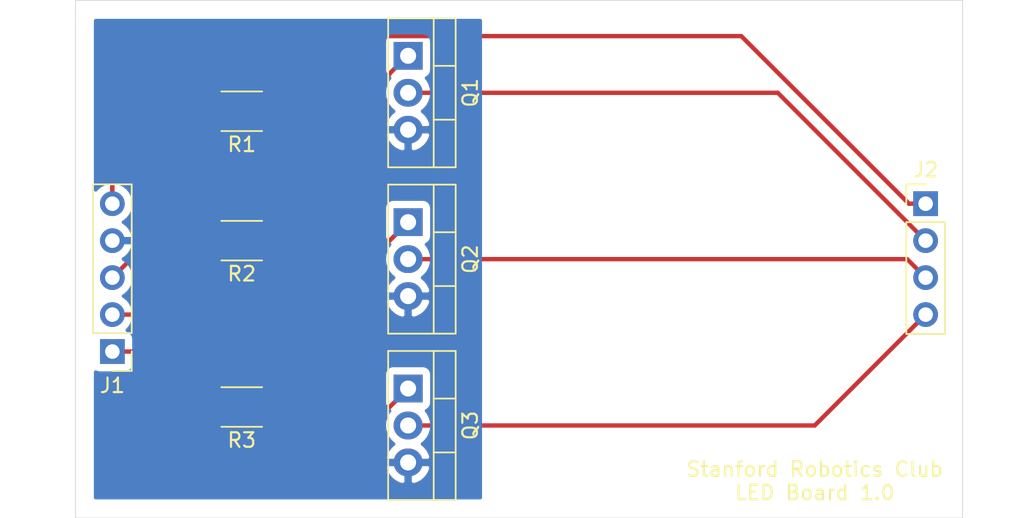
<source format=kicad_pcb>
(kicad_pcb (version 20171130) (host pcbnew "(5.1.4)-1")

  (general
    (thickness 1.6)
    (drawings 5)
    (tracks 28)
    (zones 0)
    (modules 8)
    (nets 12)
  )

  (page A4)
  (title_block
    (title "LED Strip Board")
  )

  (layers
    (0 F.Cu signal)
    (31 B.Cu signal)
    (32 B.Adhes user)
    (33 F.Adhes user)
    (34 B.Paste user)
    (35 F.Paste user)
    (36 B.SilkS user)
    (37 F.SilkS user)
    (38 B.Mask user)
    (39 F.Mask user)
    (40 Dwgs.User user)
    (41 Cmts.User user)
    (42 Eco1.User user)
    (43 Eco2.User user)
    (44 Edge.Cuts user)
    (45 Margin user)
    (46 B.CrtYd user)
    (47 F.CrtYd user)
    (48 B.Fab user)
    (49 F.Fab user)
  )

  (setup
    (last_trace_width 0.3)
    (trace_clearance 0.25)
    (zone_clearance 0.508)
    (zone_45_only no)
    (trace_min 0.3)
    (via_size 0.8)
    (via_drill 0.4)
    (via_min_size 0.4)
    (via_min_drill 0.3)
    (uvia_size 0.3)
    (uvia_drill 0.1)
    (uvias_allowed no)
    (uvia_min_size 0.2)
    (uvia_min_drill 0.1)
    (edge_width 0.05)
    (segment_width 0.2)
    (pcb_text_width 0.3)
    (pcb_text_size 1.5 1.5)
    (mod_edge_width 0.12)
    (mod_text_size 1 1)
    (mod_text_width 0.15)
    (pad_size 1.905 2)
    (pad_drill 1.1)
    (pad_to_mask_clearance 0.051)
    (solder_mask_min_width 0.25)
    (aux_axis_origin 0 0)
    (visible_elements 7FFFFFFF)
    (pcbplotparams
      (layerselection 0x010e0_ffffffff)
      (usegerberextensions false)
      (usegerberattributes false)
      (usegerberadvancedattributes false)
      (creategerberjobfile false)
      (excludeedgelayer true)
      (linewidth 0.100000)
      (plotframeref false)
      (viasonmask false)
      (mode 1)
      (useauxorigin false)
      (hpglpennumber 1)
      (hpglpenspeed 20)
      (hpglpendiameter 15.000000)
      (psnegative false)
      (psa4output false)
      (plotreference true)
      (plotvalue true)
      (plotinvisibletext false)
      (padsonsilk false)
      (subtractmaskfromsilk false)
      (outputformat 1)
      (mirror false)
      (drillshape 0)
      (scaleselection 1)
      (outputdirectory "LEDStripA1/"))
  )

  (net 0 "")
  (net 1 "Net-(J1-Pad1)")
  (net 2 "Net-(J1-Pad2)")
  (net 3 "Net-(J1-Pad3)")
  (net 4 GND)
  (net 5 "Net-(J2-Pad4)")
  (net 6 "Net-(J2-Pad3)")
  (net 7 "Net-(J2-Pad2)")
  (net 8 +5V)
  (net 9 "Net-(Q1-Pad1)")
  (net 10 "Net-(Q2-Pad1)")
  (net 11 "Net-(Q3-Pad1)")

  (net_class Default "This is the default net class."
    (clearance 0.25)
    (trace_width 0.3)
    (via_dia 0.8)
    (via_drill 0.4)
    (uvia_dia 0.3)
    (uvia_drill 0.1)
    (diff_pair_width 0.3)
    (diff_pair_gap 0.25)
    (add_net +5V)
    (add_net GND)
    (add_net "Net-(J1-Pad1)")
    (add_net "Net-(J1-Pad2)")
    (add_net "Net-(J1-Pad3)")
    (add_net "Net-(J2-Pad2)")
    (add_net "Net-(J2-Pad3)")
    (add_net "Net-(J2-Pad4)")
    (add_net "Net-(Q1-Pad1)")
    (add_net "Net-(Q2-Pad1)")
    (add_net "Net-(Q3-Pad1)")
  )

  (module Connector_PinHeader_2.54mm:PinHeader_1x04_P2.54mm_Vertical (layer F.Cu) (tedit 59FED5CC) (tstamp 5E22C44C)
    (at 187.96 55.88)
    (descr "Through hole straight pin header, 1x04, 2.54mm pitch, single row")
    (tags "Through hole pin header THT 1x04 2.54mm single row")
    (path /5E23A849)
    (fp_text reference J2 (at 0 -2.33) (layer F.SilkS)
      (effects (font (size 1 1) (thickness 0.15)))
    )
    (fp_text value Conn_01x04_Male (at 0 9.95) (layer F.Fab)
      (effects (font (size 1 1) (thickness 0.15)))
    )
    (fp_text user %R (at 0 3.81 90) (layer F.Fab)
      (effects (font (size 1 1) (thickness 0.15)))
    )
    (fp_line (start 1.8 -1.8) (end -1.8 -1.8) (layer F.CrtYd) (width 0.05))
    (fp_line (start 1.8 9.4) (end 1.8 -1.8) (layer F.CrtYd) (width 0.05))
    (fp_line (start -1.8 9.4) (end 1.8 9.4) (layer F.CrtYd) (width 0.05))
    (fp_line (start -1.8 -1.8) (end -1.8 9.4) (layer F.CrtYd) (width 0.05))
    (fp_line (start -1.33 -1.33) (end 0 -1.33) (layer F.SilkS) (width 0.12))
    (fp_line (start -1.33 0) (end -1.33 -1.33) (layer F.SilkS) (width 0.12))
    (fp_line (start -1.33 1.27) (end 1.33 1.27) (layer F.SilkS) (width 0.12))
    (fp_line (start 1.33 1.27) (end 1.33 8.95) (layer F.SilkS) (width 0.12))
    (fp_line (start -1.33 1.27) (end -1.33 8.95) (layer F.SilkS) (width 0.12))
    (fp_line (start -1.33 8.95) (end 1.33 8.95) (layer F.SilkS) (width 0.12))
    (fp_line (start -1.27 -0.635) (end -0.635 -1.27) (layer F.Fab) (width 0.1))
    (fp_line (start -1.27 8.89) (end -1.27 -0.635) (layer F.Fab) (width 0.1))
    (fp_line (start 1.27 8.89) (end -1.27 8.89) (layer F.Fab) (width 0.1))
    (fp_line (start 1.27 -1.27) (end 1.27 8.89) (layer F.Fab) (width 0.1))
    (fp_line (start -0.635 -1.27) (end 1.27 -1.27) (layer F.Fab) (width 0.1))
    (pad 4 thru_hole oval (at 0 7.62) (size 1.7 1.7) (drill 1) (layers *.Cu *.Mask)
      (net 5 "Net-(J2-Pad4)"))
    (pad 3 thru_hole oval (at 0 5.08) (size 1.7 1.7) (drill 1) (layers *.Cu *.Mask)
      (net 6 "Net-(J2-Pad3)"))
    (pad 2 thru_hole oval (at 0 2.54) (size 1.7 1.7) (drill 1) (layers *.Cu *.Mask)
      (net 7 "Net-(J2-Pad2)"))
    (pad 1 thru_hole rect (at 0 0) (size 1.7 1.7) (drill 1) (layers *.Cu *.Mask)
      (net 8 +5V))
    (model ${KISYS3DMOD}/Connector_PinHeader_2.54mm.3dshapes/PinHeader_1x04_P2.54mm_Vertical.wrl
      (at (xyz 0 0 0))
      (scale (xyz 1 1 1))
      (rotate (xyz 0 0 0))
    )
  )

  (module Connector_PinHeader_2.54mm:PinHeader_1x05_P2.54mm_Vertical (layer F.Cu) (tedit 59FED5CC) (tstamp 5E238D04)
    (at 132.08 66.04 180)
    (descr "Through hole straight pin header, 1x05, 2.54mm pitch, single row")
    (tags "Through hole pin header THT 1x05 2.54mm single row")
    (path /5E23DAE1)
    (fp_text reference J1 (at 0 -2.33) (layer F.SilkS)
      (effects (font (size 1 1) (thickness 0.15)))
    )
    (fp_text value Conn_01x05_Female (at 0 12.49) (layer F.Fab)
      (effects (font (size 1 1) (thickness 0.15)))
    )
    (fp_text user %R (at 0 5.08 90) (layer F.Fab)
      (effects (font (size 1 1) (thickness 0.15)))
    )
    (fp_line (start 1.8 -1.8) (end -1.8 -1.8) (layer F.CrtYd) (width 0.05))
    (fp_line (start 1.8 11.95) (end 1.8 -1.8) (layer F.CrtYd) (width 0.05))
    (fp_line (start -1.8 11.95) (end 1.8 11.95) (layer F.CrtYd) (width 0.05))
    (fp_line (start -1.8 -1.8) (end -1.8 11.95) (layer F.CrtYd) (width 0.05))
    (fp_line (start -1.33 -1.33) (end 0 -1.33) (layer F.SilkS) (width 0.12))
    (fp_line (start -1.33 0) (end -1.33 -1.33) (layer F.SilkS) (width 0.12))
    (fp_line (start -1.33 1.27) (end 1.33 1.27) (layer F.SilkS) (width 0.12))
    (fp_line (start 1.33 1.27) (end 1.33 11.49) (layer F.SilkS) (width 0.12))
    (fp_line (start -1.33 1.27) (end -1.33 11.49) (layer F.SilkS) (width 0.12))
    (fp_line (start -1.33 11.49) (end 1.33 11.49) (layer F.SilkS) (width 0.12))
    (fp_line (start -1.27 -0.635) (end -0.635 -1.27) (layer F.Fab) (width 0.1))
    (fp_line (start -1.27 11.43) (end -1.27 -0.635) (layer F.Fab) (width 0.1))
    (fp_line (start 1.27 11.43) (end -1.27 11.43) (layer F.Fab) (width 0.1))
    (fp_line (start 1.27 -1.27) (end 1.27 11.43) (layer F.Fab) (width 0.1))
    (fp_line (start -0.635 -1.27) (end 1.27 -1.27) (layer F.Fab) (width 0.1))
    (pad 5 thru_hole oval (at 0 10.16 180) (size 1.7 1.7) (drill 1) (layers *.Cu *.Mask)
      (net 8 +5V))
    (pad 4 thru_hole oval (at 0 7.62 180) (size 1.7 1.7) (drill 1) (layers *.Cu *.Mask)
      (net 4 GND))
    (pad 3 thru_hole oval (at 0 5.08 180) (size 1.7 1.7) (drill 1) (layers *.Cu *.Mask)
      (net 3 "Net-(J1-Pad3)"))
    (pad 2 thru_hole oval (at 0 2.54 180) (size 1.7 1.7) (drill 1) (layers *.Cu *.Mask)
      (net 2 "Net-(J1-Pad2)"))
    (pad 1 thru_hole rect (at 0 0 180) (size 1.7 1.7) (drill 1) (layers *.Cu *.Mask)
      (net 1 "Net-(J1-Pad1)"))
    (model ${KISYS3DMOD}/Connector_PinHeader_2.54mm.3dshapes/PinHeader_1x05_P2.54mm_Vertical.wrl
      (at (xyz 0 0 0))
      (scale (xyz 1 1 1))
      (rotate (xyz 0 0 0))
    )
  )

  (module Package_TO_SOT_THT:TO-220-3_Vertical (layer F.Cu) (tedit 5AC8BA0D) (tstamp 5E22C466)
    (at 152.4 45.72 270)
    (descr "TO-220-3, Vertical, RM 2.54mm, see https://www.vishay.com/docs/66542/to-220-1.pdf")
    (tags "TO-220-3 Vertical RM 2.54mm")
    (path /5E2334BE)
    (fp_text reference Q1 (at 2.54 -4.27 90) (layer F.SilkS)
      (effects (font (size 1 1) (thickness 0.15)))
    )
    (fp_text value TIP41 (at 2.54 2.5 90) (layer F.Fab)
      (effects (font (size 1 1) (thickness 0.15)))
    )
    (fp_text user %R (at 2.54 -4.27 90) (layer F.Fab)
      (effects (font (size 1 1) (thickness 0.15)))
    )
    (fp_line (start 7.79 -3.4) (end -2.71 -3.4) (layer F.CrtYd) (width 0.05))
    (fp_line (start 7.79 1.51) (end 7.79 -3.4) (layer F.CrtYd) (width 0.05))
    (fp_line (start -2.71 1.51) (end 7.79 1.51) (layer F.CrtYd) (width 0.05))
    (fp_line (start -2.71 -3.4) (end -2.71 1.51) (layer F.CrtYd) (width 0.05))
    (fp_line (start 4.391 -3.27) (end 4.391 -1.76) (layer F.SilkS) (width 0.12))
    (fp_line (start 0.69 -3.27) (end 0.69 -1.76) (layer F.SilkS) (width 0.12))
    (fp_line (start -2.58 -1.76) (end 7.66 -1.76) (layer F.SilkS) (width 0.12))
    (fp_line (start 7.66 -3.27) (end 7.66 1.371) (layer F.SilkS) (width 0.12))
    (fp_line (start -2.58 -3.27) (end -2.58 1.371) (layer F.SilkS) (width 0.12))
    (fp_line (start -2.58 1.371) (end 7.66 1.371) (layer F.SilkS) (width 0.12))
    (fp_line (start -2.58 -3.27) (end 7.66 -3.27) (layer F.SilkS) (width 0.12))
    (fp_line (start 4.39 -3.15) (end 4.39 -1.88) (layer F.Fab) (width 0.1))
    (fp_line (start 0.69 -3.15) (end 0.69 -1.88) (layer F.Fab) (width 0.1))
    (fp_line (start -2.46 -1.88) (end 7.54 -1.88) (layer F.Fab) (width 0.1))
    (fp_line (start 7.54 -3.15) (end -2.46 -3.15) (layer F.Fab) (width 0.1))
    (fp_line (start 7.54 1.25) (end 7.54 -3.15) (layer F.Fab) (width 0.1))
    (fp_line (start -2.46 1.25) (end 7.54 1.25) (layer F.Fab) (width 0.1))
    (fp_line (start -2.46 -3.15) (end -2.46 1.25) (layer F.Fab) (width 0.1))
    (pad 3 thru_hole oval (at 5.08 0 270) (size 1.905 2) (drill 1.1) (layers *.Cu *.Mask)
      (net 4 GND))
    (pad 2 thru_hole oval (at 2.54 0 270) (size 1.905 2) (drill 1.1) (layers *.Cu *.Mask)
      (net 7 "Net-(J2-Pad2)"))
    (pad 1 thru_hole rect (at 0 0 270) (size 1.905 2) (drill 1.1) (layers *.Cu *.Mask)
      (net 9 "Net-(Q1-Pad1)"))
    (model ${KISYS3DMOD}/Package_TO_SOT_THT.3dshapes/TO-220-3_Vertical.wrl
      (at (xyz 0 0 0))
      (scale (xyz 1 1 1))
      (rotate (xyz 0 0 0))
    )
  )

  (module Package_TO_SOT_THT:TO-220-3_Vertical (layer F.Cu) (tedit 5AC8BA0D) (tstamp 5E22C480)
    (at 152.4 57.15 270)
    (descr "TO-220-3, Vertical, RM 2.54mm, see https://www.vishay.com/docs/66542/to-220-1.pdf")
    (tags "TO-220-3 Vertical RM 2.54mm")
    (path /5E233E8A)
    (fp_text reference Q2 (at 2.54 -4.27 90) (layer F.SilkS)
      (effects (font (size 1 1) (thickness 0.15)))
    )
    (fp_text value TIP41 (at 2.54 2.5 90) (layer F.Fab)
      (effects (font (size 1 1) (thickness 0.15)))
    )
    (fp_text user %R (at 2.54 -4.27 90) (layer F.Fab)
      (effects (font (size 1 1) (thickness 0.15)))
    )
    (fp_line (start 7.79 -3.4) (end -2.71 -3.4) (layer F.CrtYd) (width 0.05))
    (fp_line (start 7.79 1.51) (end 7.79 -3.4) (layer F.CrtYd) (width 0.05))
    (fp_line (start -2.71 1.51) (end 7.79 1.51) (layer F.CrtYd) (width 0.05))
    (fp_line (start -2.71 -3.4) (end -2.71 1.51) (layer F.CrtYd) (width 0.05))
    (fp_line (start 4.391 -3.27) (end 4.391 -1.76) (layer F.SilkS) (width 0.12))
    (fp_line (start 0.69 -3.27) (end 0.69 -1.76) (layer F.SilkS) (width 0.12))
    (fp_line (start -2.58 -1.76) (end 7.66 -1.76) (layer F.SilkS) (width 0.12))
    (fp_line (start 7.66 -3.27) (end 7.66 1.371) (layer F.SilkS) (width 0.12))
    (fp_line (start -2.58 -3.27) (end -2.58 1.371) (layer F.SilkS) (width 0.12))
    (fp_line (start -2.58 1.371) (end 7.66 1.371) (layer F.SilkS) (width 0.12))
    (fp_line (start -2.58 -3.27) (end 7.66 -3.27) (layer F.SilkS) (width 0.12))
    (fp_line (start 4.39 -3.15) (end 4.39 -1.88) (layer F.Fab) (width 0.1))
    (fp_line (start 0.69 -3.15) (end 0.69 -1.88) (layer F.Fab) (width 0.1))
    (fp_line (start -2.46 -1.88) (end 7.54 -1.88) (layer F.Fab) (width 0.1))
    (fp_line (start 7.54 -3.15) (end -2.46 -3.15) (layer F.Fab) (width 0.1))
    (fp_line (start 7.54 1.25) (end 7.54 -3.15) (layer F.Fab) (width 0.1))
    (fp_line (start -2.46 1.25) (end 7.54 1.25) (layer F.Fab) (width 0.1))
    (fp_line (start -2.46 -3.15) (end -2.46 1.25) (layer F.Fab) (width 0.1))
    (pad 3 thru_hole oval (at 5.08 0 270) (size 1.905 2) (drill 1.1) (layers *.Cu *.Mask)
      (net 4 GND))
    (pad 2 thru_hole oval (at 2.54 0 270) (size 1.905 2) (drill 1.1) (layers *.Cu *.Mask)
      (net 6 "Net-(J2-Pad3)"))
    (pad 1 thru_hole rect (at 0 0 270) (size 1.905 2) (drill 1.1) (layers *.Cu *.Mask)
      (net 10 "Net-(Q2-Pad1)"))
    (model ${KISYS3DMOD}/Package_TO_SOT_THT.3dshapes/TO-220-3_Vertical.wrl
      (at (xyz 0 0 0))
      (scale (xyz 1 1 1))
      (rotate (xyz 0 0 0))
    )
  )

  (module Package_TO_SOT_THT:TO-220-3_Vertical (layer F.Cu) (tedit 5AC8BA0D) (tstamp 5E22C49A)
    (at 152.4 68.58 270)
    (descr "TO-220-3, Vertical, RM 2.54mm, see https://www.vishay.com/docs/66542/to-220-1.pdf")
    (tags "TO-220-3 Vertical RM 2.54mm")
    (path /5E236439)
    (fp_text reference Q3 (at 2.54 -4.27 90) (layer F.SilkS)
      (effects (font (size 1 1) (thickness 0.15)))
    )
    (fp_text value TIP41 (at 2.54 2.5 90) (layer F.Fab)
      (effects (font (size 1 1) (thickness 0.15)))
    )
    (fp_text user %R (at 2.54 -4.27 90) (layer F.Fab)
      (effects (font (size 1 1) (thickness 0.15)))
    )
    (fp_line (start 7.79 -3.4) (end -2.71 -3.4) (layer F.CrtYd) (width 0.05))
    (fp_line (start 7.79 1.51) (end 7.79 -3.4) (layer F.CrtYd) (width 0.05))
    (fp_line (start -2.71 1.51) (end 7.79 1.51) (layer F.CrtYd) (width 0.05))
    (fp_line (start -2.71 -3.4) (end -2.71 1.51) (layer F.CrtYd) (width 0.05))
    (fp_line (start 4.391 -3.27) (end 4.391 -1.76) (layer F.SilkS) (width 0.12))
    (fp_line (start 0.69 -3.27) (end 0.69 -1.76) (layer F.SilkS) (width 0.12))
    (fp_line (start -2.58 -1.76) (end 7.66 -1.76) (layer F.SilkS) (width 0.12))
    (fp_line (start 7.66 -3.27) (end 7.66 1.371) (layer F.SilkS) (width 0.12))
    (fp_line (start -2.58 -3.27) (end -2.58 1.371) (layer F.SilkS) (width 0.12))
    (fp_line (start -2.58 1.371) (end 7.66 1.371) (layer F.SilkS) (width 0.12))
    (fp_line (start -2.58 -3.27) (end 7.66 -3.27) (layer F.SilkS) (width 0.12))
    (fp_line (start 4.39 -3.15) (end 4.39 -1.88) (layer F.Fab) (width 0.1))
    (fp_line (start 0.69 -3.15) (end 0.69 -1.88) (layer F.Fab) (width 0.1))
    (fp_line (start -2.46 -1.88) (end 7.54 -1.88) (layer F.Fab) (width 0.1))
    (fp_line (start 7.54 -3.15) (end -2.46 -3.15) (layer F.Fab) (width 0.1))
    (fp_line (start 7.54 1.25) (end 7.54 -3.15) (layer F.Fab) (width 0.1))
    (fp_line (start -2.46 1.25) (end 7.54 1.25) (layer F.Fab) (width 0.1))
    (fp_line (start -2.46 -3.15) (end -2.46 1.25) (layer F.Fab) (width 0.1))
    (pad 3 thru_hole oval (at 5.08 0 270) (size 1.905 2) (drill 1.1) (layers *.Cu *.Mask)
      (net 4 GND))
    (pad 2 thru_hole oval (at 2.54 0 270) (size 1.905 2) (drill 1.1) (layers *.Cu *.Mask)
      (net 5 "Net-(J2-Pad4)"))
    (pad 1 thru_hole rect (at 0 0 270) (size 1.905 2) (drill 1.1) (layers *.Cu *.Mask)
      (net 11 "Net-(Q3-Pad1)"))
    (model ${KISYS3DMOD}/Package_TO_SOT_THT.3dshapes/TO-220-3_Vertical.wrl
      (at (xyz 0 0 0))
      (scale (xyz 1 1 1))
      (rotate (xyz 0 0 0))
    )
  )

  (module Resistor_SMD:R_2010_5025Metric_Pad1.52x2.65mm_HandSolder (layer F.Cu) (tedit 5B301BBD) (tstamp 5E22C4AB)
    (at 140.97 49.53 180)
    (descr "Resistor SMD 2010 (5025 Metric), square (rectangular) end terminal, IPC_7351 nominal with elongated pad for handsoldering. (Body size source: http://www.tortai-tech.com/upload/download/2011102023233369053.pdf), generated with kicad-footprint-generator")
    (tags "resistor handsolder")
    (path /5E22E15F)
    (attr smd)
    (fp_text reference R1 (at 0 -2.28) (layer F.SilkS)
      (effects (font (size 1 1) (thickness 0.15)))
    )
    (fp_text value 1K (at 0 2.28) (layer F.Fab)
      (effects (font (size 1 1) (thickness 0.15)))
    )
    (fp_text user %R (at 0 0) (layer F.Fab)
      (effects (font (size 1 1) (thickness 0.15)))
    )
    (fp_line (start 3.35 1.58) (end -3.35 1.58) (layer F.CrtYd) (width 0.05))
    (fp_line (start 3.35 -1.58) (end 3.35 1.58) (layer F.CrtYd) (width 0.05))
    (fp_line (start -3.35 -1.58) (end 3.35 -1.58) (layer F.CrtYd) (width 0.05))
    (fp_line (start -3.35 1.58) (end -3.35 -1.58) (layer F.CrtYd) (width 0.05))
    (fp_line (start -1.402064 1.36) (end 1.402064 1.36) (layer F.SilkS) (width 0.12))
    (fp_line (start -1.402064 -1.36) (end 1.402064 -1.36) (layer F.SilkS) (width 0.12))
    (fp_line (start 2.5 1.25) (end -2.5 1.25) (layer F.Fab) (width 0.1))
    (fp_line (start 2.5 -1.25) (end 2.5 1.25) (layer F.Fab) (width 0.1))
    (fp_line (start -2.5 -1.25) (end 2.5 -1.25) (layer F.Fab) (width 0.1))
    (fp_line (start -2.5 1.25) (end -2.5 -1.25) (layer F.Fab) (width 0.1))
    (pad 2 smd roundrect (at 2.3375 0 180) (size 1.525 2.65) (layers F.Cu F.Paste F.Mask) (roundrect_rratio 0.163934)
      (net 3 "Net-(J1-Pad3)"))
    (pad 1 smd roundrect (at -2.3375 0 180) (size 1.525 2.65) (layers F.Cu F.Paste F.Mask) (roundrect_rratio 0.163934)
      (net 9 "Net-(Q1-Pad1)"))
    (model ${KISYS3DMOD}/Resistor_SMD.3dshapes/R_2010_5025Metric.wrl
      (at (xyz 0 0 0))
      (scale (xyz 1 1 1))
      (rotate (xyz 0 0 0))
    )
  )

  (module Resistor_SMD:R_2010_5025Metric_Pad1.52x2.65mm_HandSolder (layer F.Cu) (tedit 5B301BBD) (tstamp 5E22C4BC)
    (at 140.97 58.42 180)
    (descr "Resistor SMD 2010 (5025 Metric), square (rectangular) end terminal, IPC_7351 nominal with elongated pad for handsoldering. (Body size source: http://www.tortai-tech.com/upload/download/2011102023233369053.pdf), generated with kicad-footprint-generator")
    (tags "resistor handsolder")
    (path /5E22FB1D)
    (attr smd)
    (fp_text reference R2 (at 0 -2.28) (layer F.SilkS)
      (effects (font (size 1 1) (thickness 0.15)))
    )
    (fp_text value 1K (at 0 2.28) (layer F.Fab)
      (effects (font (size 1 1) (thickness 0.15)))
    )
    (fp_text user %R (at 0 0) (layer F.Fab)
      (effects (font (size 1 1) (thickness 0.15)))
    )
    (fp_line (start 3.35 1.58) (end -3.35 1.58) (layer F.CrtYd) (width 0.05))
    (fp_line (start 3.35 -1.58) (end 3.35 1.58) (layer F.CrtYd) (width 0.05))
    (fp_line (start -3.35 -1.58) (end 3.35 -1.58) (layer F.CrtYd) (width 0.05))
    (fp_line (start -3.35 1.58) (end -3.35 -1.58) (layer F.CrtYd) (width 0.05))
    (fp_line (start -1.402064 1.36) (end 1.402064 1.36) (layer F.SilkS) (width 0.12))
    (fp_line (start -1.402064 -1.36) (end 1.402064 -1.36) (layer F.SilkS) (width 0.12))
    (fp_line (start 2.5 1.25) (end -2.5 1.25) (layer F.Fab) (width 0.1))
    (fp_line (start 2.5 -1.25) (end 2.5 1.25) (layer F.Fab) (width 0.1))
    (fp_line (start -2.5 -1.25) (end 2.5 -1.25) (layer F.Fab) (width 0.1))
    (fp_line (start -2.5 1.25) (end -2.5 -1.25) (layer F.Fab) (width 0.1))
    (pad 2 smd roundrect (at 2.3375 0 180) (size 1.525 2.65) (layers F.Cu F.Paste F.Mask) (roundrect_rratio 0.163934)
      (net 2 "Net-(J1-Pad2)"))
    (pad 1 smd roundrect (at -2.3375 0 180) (size 1.525 2.65) (layers F.Cu F.Paste F.Mask) (roundrect_rratio 0.163934)
      (net 10 "Net-(Q2-Pad1)"))
    (model ${KISYS3DMOD}/Resistor_SMD.3dshapes/R_2010_5025Metric.wrl
      (at (xyz 0 0 0))
      (scale (xyz 1 1 1))
      (rotate (xyz 0 0 0))
    )
  )

  (module Resistor_SMD:R_2010_5025Metric_Pad1.52x2.65mm_HandSolder (layer F.Cu) (tedit 5B301BBD) (tstamp 5E22C4CD)
    (at 140.97 69.85 180)
    (descr "Resistor SMD 2010 (5025 Metric), square (rectangular) end terminal, IPC_7351 nominal with elongated pad for handsoldering. (Body size source: http://www.tortai-tech.com/upload/download/2011102023233369053.pdf), generated with kicad-footprint-generator")
    (tags "resistor handsolder")
    (path /5E230039)
    (attr smd)
    (fp_text reference R3 (at 0 -2.28) (layer F.SilkS)
      (effects (font (size 1 1) (thickness 0.15)))
    )
    (fp_text value 1K (at 0 2.28) (layer F.Fab)
      (effects (font (size 1 1) (thickness 0.15)))
    )
    (fp_text user %R (at 0 0) (layer F.Fab)
      (effects (font (size 1 1) (thickness 0.15)))
    )
    (fp_line (start 3.35 1.58) (end -3.35 1.58) (layer F.CrtYd) (width 0.05))
    (fp_line (start 3.35 -1.58) (end 3.35 1.58) (layer F.CrtYd) (width 0.05))
    (fp_line (start -3.35 -1.58) (end 3.35 -1.58) (layer F.CrtYd) (width 0.05))
    (fp_line (start -3.35 1.58) (end -3.35 -1.58) (layer F.CrtYd) (width 0.05))
    (fp_line (start -1.402064 1.36) (end 1.402064 1.36) (layer F.SilkS) (width 0.12))
    (fp_line (start -1.402064 -1.36) (end 1.402064 -1.36) (layer F.SilkS) (width 0.12))
    (fp_line (start 2.5 1.25) (end -2.5 1.25) (layer F.Fab) (width 0.1))
    (fp_line (start 2.5 -1.25) (end 2.5 1.25) (layer F.Fab) (width 0.1))
    (fp_line (start -2.5 -1.25) (end 2.5 -1.25) (layer F.Fab) (width 0.1))
    (fp_line (start -2.5 1.25) (end -2.5 -1.25) (layer F.Fab) (width 0.1))
    (pad 2 smd roundrect (at 2.3375 0 180) (size 1.525 2.65) (layers F.Cu F.Paste F.Mask) (roundrect_rratio 0.163934)
      (net 1 "Net-(J1-Pad1)"))
    (pad 1 smd roundrect (at -2.3375 0 180) (size 1.525 2.65) (layers F.Cu F.Paste F.Mask) (roundrect_rratio 0.163934)
      (net 11 "Net-(Q3-Pad1)"))
    (model ${KISYS3DMOD}/Resistor_SMD.3dshapes/R_2010_5025Metric.wrl
      (at (xyz 0 0 0))
      (scale (xyz 1 1 1))
      (rotate (xyz 0 0 0))
    )
  )

  (gr_line (start 129.54 77.47) (end 190.5 77.47) (layer Edge.Cuts) (width 0.05) (tstamp 5E24DEBA))
  (gr_line (start 129.54 41.91) (end 129.54 77.47) (layer Edge.Cuts) (width 0.05))
  (gr_line (start 190.5 41.91) (end 190.5 77.47) (layer Edge.Cuts) (width 0.05))
  (gr_line (start 129.54 41.91) (end 190.5 41.91) (layer Edge.Cuts) (width 0.05))
  (gr_text "Stanford Robotics Club\nLED Board 1.0" (at 180.34 74.93) (layer F.SilkS)
    (effects (font (size 1 1) (thickness 0.15)))
  )

  (segment (start 134.8225 66.04) (end 138.6325 69.85) (width 0.3) (layer F.Cu) (net 1))
  (segment (start 132.08 66.04) (end 134.8225 66.04) (width 0.3) (layer F.Cu) (net 1))
  (segment (start 133.5525 63.5) (end 138.6325 58.42) (width 0.3) (layer F.Cu) (net 2))
  (segment (start 132.08 63.5) (end 133.5525 63.5) (width 0.3) (layer F.Cu) (net 2))
  (segment (start 137.77 49.53) (end 138.6325 49.53) (width 0.3) (layer F.Cu) (net 3))
  (segment (start 138.6325 54.4075) (end 138.6325 49.53) (width 0.3) (layer F.Cu) (net 3))
  (segment (start 132.08 60.96) (end 138.6325 54.4075) (width 0.3) (layer F.Cu) (net 3))
  (segment (start 180.34 71.12) (end 187.96 63.5) (width 0.3) (layer F.Cu) (net 5))
  (segment (start 152.4 71.12) (end 180.34 71.12) (width 0.3) (layer F.Cu) (net 5))
  (segment (start 186.69 59.69) (end 187.96 60.96) (width 0.3) (layer F.Cu) (net 6))
  (segment (start 152.4 59.69) (end 186.69 59.69) (width 0.3) (layer F.Cu) (net 6))
  (segment (start 177.8 48.26) (end 187.96 58.42) (width 0.3) (layer F.Cu) (net 7))
  (segment (start 152.4 48.26) (end 177.8 48.26) (width 0.3) (layer F.Cu) (net 7))
  (segment (start 132.08 55.88) (end 132.08 54.73) (width 0.3) (layer F.Cu) (net 8))
  (segment (start 132.08 55.88) (end 132.08 48.26) (width 0.3) (layer F.Cu) (net 8))
  (segment (start 186.81 55.88) (end 187.96 55.88) (width 0.3) (layer F.Cu) (net 8))
  (segment (start 175.297499 44.367499) (end 186.81 55.88) (width 0.3) (layer F.Cu) (net 8))
  (segment (start 135.972501 44.367499) (end 175.297499 44.367499) (width 0.3) (layer F.Cu) (net 8))
  (segment (start 132.08 48.26) (end 135.972501 44.367499) (width 0.3) (layer F.Cu) (net 8))
  (segment (start 152.3525 45.72) (end 152.4 45.72) (width 0.3) (layer F.Cu) (net 9))
  (segment (start 151.1 46.9725) (end 152.3525 45.72) (width 0.3) (layer F.Cu) (net 9))
  (segment (start 151.1 47.02) (end 151.1 46.9725) (width 0.3) (layer F.Cu) (net 9))
  (segment (start 148.59 49.53) (end 151.1 47.02) (width 0.3) (layer F.Cu) (net 9))
  (segment (start 143.3075 49.53) (end 148.59 49.53) (width 0.3) (layer F.Cu) (net 9))
  (segment (start 151.13 58.42) (end 152.4 57.15) (width 0.3) (layer F.Cu) (net 10))
  (segment (start 143.3075 58.42) (end 151.13 58.42) (width 0.3) (layer F.Cu) (net 10))
  (segment (start 151.13 69.85) (end 152.4 68.58) (width 0.3) (layer F.Cu) (net 11))
  (segment (start 143.3075 69.85) (end 151.13 69.85) (width 0.3) (layer F.Cu) (net 11))

  (zone (net 4) (net_name GND) (layer B.Cu) (tstamp 5E24DEF7) (hatch edge 0.508)
    (connect_pads (clearance 0.508))
    (min_thickness 0.254)
    (fill yes (arc_segments 32) (thermal_gap 0.508) (thermal_bridge_width 0.508))
    (polygon
      (pts
        (xy 130.81 43.18) (xy 157.48 43.18) (xy 157.48 76.2) (xy 130.81 76.2)
      )
    )
    (filled_polygon
      (pts
        (xy 157.353 76.073) (xy 130.937 76.073) (xy 130.937 74.03298) (xy 150.809437 74.03298) (xy 150.880429 74.251094)
        (xy 151.024031 74.526923) (xy 151.218685 74.769437) (xy 151.456911 74.969316) (xy 151.729554 75.118879) (xy 152.026137 75.212378)
        (xy 152.273 75.08557) (xy 152.273 73.787) (xy 152.527 73.787) (xy 152.527 75.08557) (xy 152.773863 75.212378)
        (xy 153.070446 75.118879) (xy 153.343089 74.969316) (xy 153.581315 74.769437) (xy 153.775969 74.526923) (xy 153.919571 74.251094)
        (xy 153.990563 74.03298) (xy 153.870594 73.787) (xy 152.527 73.787) (xy 152.273 73.787) (xy 150.929406 73.787)
        (xy 150.809437 74.03298) (xy 130.937 74.03298) (xy 130.937 71.12) (xy 150.757319 71.12) (xy 150.78797 71.431204)
        (xy 150.878745 71.730449) (xy 151.026155 72.006235) (xy 151.224537 72.247963) (xy 151.403899 72.395163) (xy 151.218685 72.550563)
        (xy 151.024031 72.793077) (xy 150.880429 73.068906) (xy 150.809437 73.28702) (xy 150.929406 73.533) (xy 152.273 73.533)
        (xy 152.273 73.513) (xy 152.527 73.513) (xy 152.527 73.533) (xy 153.870594 73.533) (xy 153.990563 73.28702)
        (xy 153.919571 73.068906) (xy 153.775969 72.793077) (xy 153.581315 72.550563) (xy 153.396101 72.395163) (xy 153.575463 72.247963)
        (xy 153.773845 72.006235) (xy 153.921255 71.730449) (xy 154.01203 71.431204) (xy 154.042681 71.12) (xy 154.01203 70.808796)
        (xy 153.921255 70.509551) (xy 153.773845 70.233765) (xy 153.670554 70.107905) (xy 153.754494 70.063037) (xy 153.851185 69.983685)
        (xy 153.930537 69.886994) (xy 153.989502 69.77668) (xy 154.025812 69.656982) (xy 154.038072 69.5325) (xy 154.038072 67.6275)
        (xy 154.025812 67.503018) (xy 153.989502 67.38332) (xy 153.930537 67.273006) (xy 153.851185 67.176315) (xy 153.754494 67.096963)
        (xy 153.64418 67.037998) (xy 153.524482 67.001688) (xy 153.4 66.989428) (xy 151.4 66.989428) (xy 151.275518 67.001688)
        (xy 151.15582 67.037998) (xy 151.045506 67.096963) (xy 150.948815 67.176315) (xy 150.869463 67.273006) (xy 150.810498 67.38332)
        (xy 150.774188 67.503018) (xy 150.761928 67.6275) (xy 150.761928 69.5325) (xy 150.774188 69.656982) (xy 150.810498 69.77668)
        (xy 150.869463 69.886994) (xy 150.948815 69.983685) (xy 151.045506 70.063037) (xy 151.129446 70.107905) (xy 151.026155 70.233765)
        (xy 150.878745 70.509551) (xy 150.78797 70.808796) (xy 150.757319 71.12) (xy 130.937 71.12) (xy 130.937 67.453407)
        (xy 130.98582 67.479502) (xy 131.105518 67.515812) (xy 131.23 67.528072) (xy 132.93 67.528072) (xy 133.054482 67.515812)
        (xy 133.17418 67.479502) (xy 133.284494 67.420537) (xy 133.381185 67.341185) (xy 133.460537 67.244494) (xy 133.519502 67.13418)
        (xy 133.555812 67.014482) (xy 133.568072 66.89) (xy 133.568072 65.19) (xy 133.555812 65.065518) (xy 133.519502 64.94582)
        (xy 133.460537 64.835506) (xy 133.381185 64.738815) (xy 133.284494 64.659463) (xy 133.17418 64.600498) (xy 133.105313 64.579607)
        (xy 133.135134 64.555134) (xy 133.320706 64.329014) (xy 133.458599 64.071034) (xy 133.543513 63.791111) (xy 133.572185 63.5)
        (xy 133.543513 63.208889) (xy 133.458599 62.928966) (xy 133.320706 62.670986) (xy 133.264895 62.60298) (xy 150.809437 62.60298)
        (xy 150.880429 62.821094) (xy 151.024031 63.096923) (xy 151.218685 63.339437) (xy 151.456911 63.539316) (xy 151.729554 63.688879)
        (xy 152.026137 63.782378) (xy 152.273 63.65557) (xy 152.273 62.357) (xy 152.527 62.357) (xy 152.527 63.65557)
        (xy 152.773863 63.782378) (xy 153.070446 63.688879) (xy 153.343089 63.539316) (xy 153.581315 63.339437) (xy 153.775969 63.096923)
        (xy 153.919571 62.821094) (xy 153.990563 62.60298) (xy 153.870594 62.357) (xy 152.527 62.357) (xy 152.273 62.357)
        (xy 150.929406 62.357) (xy 150.809437 62.60298) (xy 133.264895 62.60298) (xy 133.135134 62.444866) (xy 132.909014 62.259294)
        (xy 132.854209 62.23) (xy 132.909014 62.200706) (xy 133.135134 62.015134) (xy 133.320706 61.789014) (xy 133.458599 61.531034)
        (xy 133.543513 61.251111) (xy 133.572185 60.96) (xy 133.543513 60.668889) (xy 133.458599 60.388966) (xy 133.320706 60.130986)
        (xy 133.135134 59.904866) (xy 132.909014 59.719294) (xy 132.854208 59.69) (xy 150.757319 59.69) (xy 150.78797 60.001204)
        (xy 150.878745 60.300449) (xy 151.026155 60.576235) (xy 151.224537 60.817963) (xy 151.403899 60.965163) (xy 151.218685 61.120563)
        (xy 151.024031 61.363077) (xy 150.880429 61.638906) (xy 150.809437 61.85702) (xy 150.929406 62.103) (xy 152.273 62.103)
        (xy 152.273 62.083) (xy 152.527 62.083) (xy 152.527 62.103) (xy 153.870594 62.103) (xy 153.990563 61.85702)
        (xy 153.919571 61.638906) (xy 153.775969 61.363077) (xy 153.581315 61.120563) (xy 153.396101 60.965163) (xy 153.575463 60.817963)
        (xy 153.773845 60.576235) (xy 153.921255 60.300449) (xy 154.01203 60.001204) (xy 154.042681 59.69) (xy 154.01203 59.378796)
        (xy 153.921255 59.079551) (xy 153.773845 58.803765) (xy 153.670554 58.677905) (xy 153.754494 58.633037) (xy 153.851185 58.553685)
        (xy 153.930537 58.456994) (xy 153.989502 58.34668) (xy 154.025812 58.226982) (xy 154.038072 58.1025) (xy 154.038072 56.1975)
        (xy 154.025812 56.073018) (xy 153.989502 55.95332) (xy 153.930537 55.843006) (xy 153.851185 55.746315) (xy 153.754494 55.666963)
        (xy 153.64418 55.607998) (xy 153.524482 55.571688) (xy 153.4 55.559428) (xy 151.4 55.559428) (xy 151.275518 55.571688)
        (xy 151.15582 55.607998) (xy 151.045506 55.666963) (xy 150.948815 55.746315) (xy 150.869463 55.843006) (xy 150.810498 55.95332)
        (xy 150.774188 56.073018) (xy 150.761928 56.1975) (xy 150.761928 58.1025) (xy 150.774188 58.226982) (xy 150.810498 58.34668)
        (xy 150.869463 58.456994) (xy 150.948815 58.553685) (xy 151.045506 58.633037) (xy 151.129446 58.677905) (xy 151.026155 58.803765)
        (xy 150.878745 59.079551) (xy 150.78797 59.378796) (xy 150.757319 59.69) (xy 132.854208 59.69) (xy 132.844477 59.684799)
        (xy 132.961355 59.615178) (xy 133.177588 59.420269) (xy 133.351641 59.18692) (xy 133.476825 58.924099) (xy 133.521476 58.77689)
        (xy 133.400155 58.547) (xy 132.207 58.547) (xy 132.207 58.567) (xy 131.953 58.567) (xy 131.953 58.547)
        (xy 131.933 58.547) (xy 131.933 58.293) (xy 131.953 58.293) (xy 131.953 58.273) (xy 132.207 58.273)
        (xy 132.207 58.293) (xy 133.400155 58.293) (xy 133.521476 58.06311) (xy 133.476825 57.915901) (xy 133.351641 57.65308)
        (xy 133.177588 57.419731) (xy 132.961355 57.224822) (xy 132.844477 57.155201) (xy 132.909014 57.120706) (xy 133.135134 56.935134)
        (xy 133.320706 56.709014) (xy 133.458599 56.451034) (xy 133.543513 56.171111) (xy 133.572185 55.88) (xy 133.543513 55.588889)
        (xy 133.458599 55.308966) (xy 133.320706 55.050986) (xy 133.135134 54.824866) (xy 132.909014 54.639294) (xy 132.651034 54.501401)
        (xy 132.371111 54.416487) (xy 132.15295 54.395) (xy 132.00705 54.395) (xy 131.788889 54.416487) (xy 131.508966 54.501401)
        (xy 131.250986 54.639294) (xy 131.024866 54.824866) (xy 130.937 54.931931) (xy 130.937 51.17298) (xy 150.809437 51.17298)
        (xy 150.880429 51.391094) (xy 151.024031 51.666923) (xy 151.218685 51.909437) (xy 151.456911 52.109316) (xy 151.729554 52.258879)
        (xy 152.026137 52.352378) (xy 152.273 52.22557) (xy 152.273 50.927) (xy 152.527 50.927) (xy 152.527 52.22557)
        (xy 152.773863 52.352378) (xy 153.070446 52.258879) (xy 153.343089 52.109316) (xy 153.581315 51.909437) (xy 153.775969 51.666923)
        (xy 153.919571 51.391094) (xy 153.990563 51.17298) (xy 153.870594 50.927) (xy 152.527 50.927) (xy 152.273 50.927)
        (xy 150.929406 50.927) (xy 150.809437 51.17298) (xy 130.937 51.17298) (xy 130.937 48.26) (xy 150.757319 48.26)
        (xy 150.78797 48.571204) (xy 150.878745 48.870449) (xy 151.026155 49.146235) (xy 151.224537 49.387963) (xy 151.403899 49.535163)
        (xy 151.218685 49.690563) (xy 151.024031 49.933077) (xy 150.880429 50.208906) (xy 150.809437 50.42702) (xy 150.929406 50.673)
        (xy 152.273 50.673) (xy 152.273 50.653) (xy 152.527 50.653) (xy 152.527 50.673) (xy 153.870594 50.673)
        (xy 153.990563 50.42702) (xy 153.919571 50.208906) (xy 153.775969 49.933077) (xy 153.581315 49.690563) (xy 153.396101 49.535163)
        (xy 153.575463 49.387963) (xy 153.773845 49.146235) (xy 153.921255 48.870449) (xy 154.01203 48.571204) (xy 154.042681 48.26)
        (xy 154.01203 47.948796) (xy 153.921255 47.649551) (xy 153.773845 47.373765) (xy 153.670554 47.247905) (xy 153.754494 47.203037)
        (xy 153.851185 47.123685) (xy 153.930537 47.026994) (xy 153.989502 46.91668) (xy 154.025812 46.796982) (xy 154.038072 46.6725)
        (xy 154.038072 44.7675) (xy 154.025812 44.643018) (xy 153.989502 44.52332) (xy 153.930537 44.413006) (xy 153.851185 44.316315)
        (xy 153.754494 44.236963) (xy 153.64418 44.177998) (xy 153.524482 44.141688) (xy 153.4 44.129428) (xy 151.4 44.129428)
        (xy 151.275518 44.141688) (xy 151.15582 44.177998) (xy 151.045506 44.236963) (xy 150.948815 44.316315) (xy 150.869463 44.413006)
        (xy 150.810498 44.52332) (xy 150.774188 44.643018) (xy 150.761928 44.7675) (xy 150.761928 46.6725) (xy 150.774188 46.796982)
        (xy 150.810498 46.91668) (xy 150.869463 47.026994) (xy 150.948815 47.123685) (xy 151.045506 47.203037) (xy 151.129446 47.247905)
        (xy 151.026155 47.373765) (xy 150.878745 47.649551) (xy 150.78797 47.948796) (xy 150.757319 48.26) (xy 130.937 48.26)
        (xy 130.937 43.307) (xy 157.353 43.307)
      )
    )
  )
)

</source>
